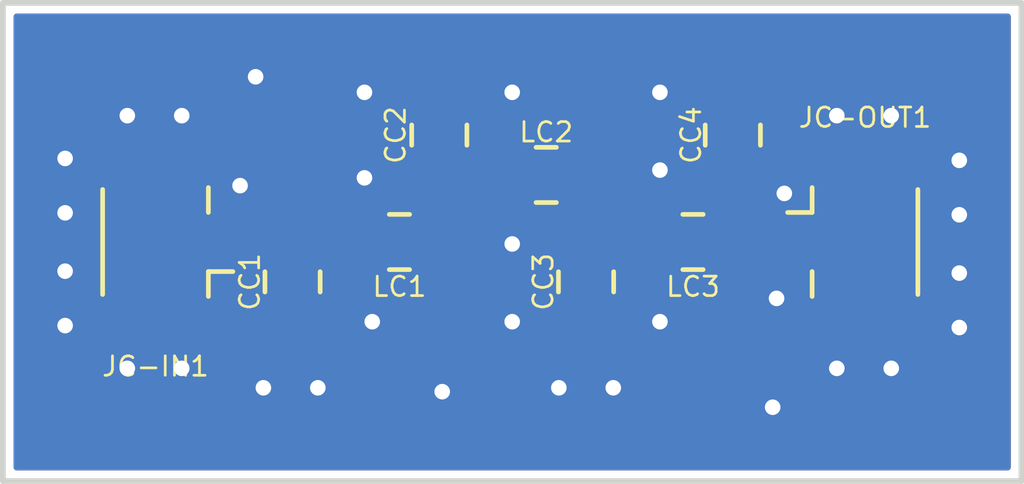
<source format=kicad_pcb>
(kicad_pcb (version 20171130) (host pcbnew "(5.0.1-3-g963ef8bb5)")

  (general
    (thickness 1.6)
    (drawings 4)
    (tracks 42)
    (zones 0)
    (modules 9)
    (nets 6)
  )

  (page A4)
  (layers
    (0 F.Cu signal)
    (31 B.Cu signal)
    (32 B.Adhes user)
    (33 F.Adhes user)
    (34 B.Paste user)
    (35 F.Paste user)
    (36 B.SilkS user)
    (37 F.SilkS user)
    (38 B.Mask user)
    (39 F.Mask user)
    (40 Dwgs.User user)
    (41 Cmts.User user)
    (42 Eco1.User user)
    (43 Eco2.User user)
    (44 Edge.Cuts user)
    (45 Margin user)
    (46 B.CrtYd user)
    (47 F.CrtYd user)
    (48 B.Fab user)
    (49 F.Fab user)
  )

  (setup
    (last_trace_width 0.32)
    (trace_clearance 0.2)
    (zone_clearance 0.2)
    (zone_45_only no)
    (trace_min 0.2)
    (segment_width 0.2)
    (edge_width 0.15)
    (via_size 0.8)
    (via_drill 0.4)
    (via_min_size 0.4)
    (via_min_drill 0.3)
    (uvia_size 0.3)
    (uvia_drill 0.1)
    (uvias_allowed no)
    (uvia_min_size 0.2)
    (uvia_min_drill 0.1)
    (pcb_text_width 0.3)
    (pcb_text_size 1.5 1.5)
    (mod_edge_width 0.15)
    (mod_text_size 1 1)
    (mod_text_width 0.15)
    (pad_size 1 1)
    (pad_drill 0.65)
    (pad_to_mask_clearance 0.051)
    (solder_mask_min_width 0.25)
    (aux_axis_origin 0 0)
    (visible_elements FFFFFF7F)
    (pcbplotparams
      (layerselection 0x010fc_ffffffff)
      (usegerberextensions false)
      (usegerberattributes false)
      (usegerberadvancedattributes false)
      (creategerberjobfile false)
      (excludeedgelayer true)
      (linewidth 0.050000)
      (plotframeref false)
      (viasonmask false)
      (mode 1)
      (useauxorigin false)
      (hpglpennumber 1)
      (hpglpenspeed 20)
      (hpglpendiameter 15.000000)
      (psnegative false)
      (psa4output false)
      (plotreference true)
      (plotvalue true)
      (plotinvisibletext false)
      (padsonsilk false)
      (subtractmaskfromsilk false)
      (outputformat 1)
      (mirror false)
      (drillshape 1)
      (scaleselection 1)
      (outputdirectory ""))
  )

  (net 0 "")
  (net 1 GND)
  (net 2 "Net-(CC1-Pad1)")
  (net 3 "Net-(CC2-Pad1)")
  (net 4 "Net-(CC3-Pad1)")
  (net 5 "Net-(CC4-Pad1)")

  (net_class Default "This is the default net class."
    (clearance 0.2)
    (trace_width 0.32)
    (via_dia 0.8)
    (via_drill 0.4)
    (uvia_dia 0.3)
    (uvia_drill 0.1)
    (add_net GND)
    (add_net "Net-(CC1-Pad1)")
    (add_net "Net-(CC2-Pad1)")
    (add_net "Net-(CC3-Pad1)")
    (add_net "Net-(CC4-Pad1)")
  )

  (module Connector_Coaxial:U.FL_Hirose_U.FL-R-SMT-1_Vertical (layer F.Cu) (tedit 5C754BC4) (tstamp 5C75625B)
    (at 97.5 63.45 180)
    (descr "Hirose U.FL Coaxial https://www.hirose.com/product/en/products/U.FL/U.FL-R-SMT-1%2810%29/")
    (tags "Hirose U.FL Coaxial")
    (path /5C75DFA6)
    (attr smd)
    (fp_text reference JC-IN1 (at 0.475 -3.2 180) (layer F.SilkS)
      (effects (font (size 0.5 0.5) (thickness 0.07)))
    )
    (fp_text value Conn_Coaxial (at 0.475 3.2 180) (layer F.Fab) hide
      (effects (font (size 1 1) (thickness 0.15)))
    )
    (fp_line (start -1.32 -1) (end -2.02 -1) (layer F.CrtYd) (width 0.05))
    (fp_line (start -1.32 1.8) (end -1.32 1) (layer F.CrtYd) (width 0.05))
    (fp_line (start -1.32 -1.8) (end -1.12 -1.8) (layer F.CrtYd) (width 0.05))
    (fp_line (start -1.12 -1.8) (end -1.12 -2.5) (layer F.CrtYd) (width 0.05))
    (fp_line (start 2.08 -2.5) (end -1.12 -2.5) (layer F.CrtYd) (width 0.05))
    (fp_line (start -1.32 -1) (end -1.32 -1.8) (layer F.CrtYd) (width 0.05))
    (fp_line (start 2.08 -1.8) (end 2.08 -2.5) (layer F.CrtYd) (width 0.05))
    (fp_line (start 2.08 -1.8) (end 2.28 -1.8) (layer F.CrtYd) (width 0.05))
    (fp_line (start -0.885 -1.4) (end -0.885 -0.76) (layer F.SilkS) (width 0.12))
    (fp_line (start -0.425 1.5) (end -0.425 1.3) (layer F.Fab) (width 0.1))
    (fp_line (start -0.425 1.3) (end -0.825 1.3) (layer F.Fab) (width 0.1))
    (fp_line (start -0.825 0.3) (end -0.825 1.3) (layer F.Fab) (width 0.1))
    (fp_line (start -1.075 0.3) (end -0.825 0.3) (layer F.Fab) (width 0.1))
    (fp_line (start -1.075 0.3) (end -1.075 -0.15) (layer F.Fab) (width 0.1))
    (fp_line (start -0.925 -0.3) (end -0.825 -0.3) (layer F.Fab) (width 0.1))
    (fp_line (start -0.825 -0.3) (end -0.825 -1.3) (layer F.Fab) (width 0.1))
    (fp_line (start -0.425 -1.5) (end -0.425 -1.3) (layer F.Fab) (width 0.1))
    (fp_line (start -0.425 -1.3) (end -0.825 -1.3) (layer F.Fab) (width 0.1))
    (fp_line (start -0.425 1.5) (end 1.375 1.5) (layer F.Fab) (width 0.1))
    (fp_line (start 1.375 1.5) (end 1.375 1.3) (layer F.Fab) (width 0.1))
    (fp_line (start 1.775 1.3) (end 1.375 1.3) (layer F.Fab) (width 0.1))
    (fp_line (start 1.775 -1.3) (end 1.775 1.3) (layer F.Fab) (width 0.1))
    (fp_line (start -0.425 -1.5) (end 1.375 -1.5) (layer F.Fab) (width 0.1))
    (fp_line (start 1.375 -1.5) (end 1.375 -1.3) (layer F.Fab) (width 0.1))
    (fp_line (start 1.775 -1.3) (end 1.375 -1.3) (layer F.Fab) (width 0.1))
    (fp_line (start -0.925 -0.3) (end -1.075 -0.15) (layer F.Fab) (width 0.1))
    (fp_line (start -0.885 1.4) (end -0.885 0.76) (layer F.SilkS) (width 0.12))
    (fp_line (start -0.885 -0.76) (end -1.515 -0.76) (layer F.SilkS) (width 0.12))
    (fp_line (start 1.835 -1.35) (end 1.835 1.35) (layer F.SilkS) (width 0.12))
    (fp_line (start 2.08 2.5) (end -1.12 2.5) (layer F.CrtYd) (width 0.05))
    (fp_line (start -1.12 2.5) (end -1.12 1.8) (layer F.CrtYd) (width 0.05))
    (fp_line (start -1.32 1.8) (end -1.12 1.8) (layer F.CrtYd) (width 0.05))
    (fp_line (start 2.28 1.8) (end 2.28 -1.8) (layer F.CrtYd) (width 0.05))
    (fp_line (start 2.08 2.5) (end 2.08 1.8) (layer F.CrtYd) (width 0.05))
    (fp_line (start 2.08 1.8) (end 2.28 1.8) (layer F.CrtYd) (width 0.05))
    (fp_line (start -1.32 1) (end -2.02 1) (layer F.CrtYd) (width 0.05))
    (fp_line (start -2.02 1) (end -2.02 -1) (layer F.CrtYd) (width 0.05))
    (fp_text user %R (at 0.475 0 270) (layer F.Fab) hide
      (effects (font (size 0.6 0.6) (thickness 0.09)))
    )
    (pad 2 smd rect (at 0.475 -1.475 180) (size 2.2 1.05) (layers F.Cu F.Paste F.Mask)
      (net 1 GND))
    (pad 1 smd rect (at -1.05 0 180) (size 1.05 1) (layers F.Cu F.Paste F.Mask)
      (net 2 "Net-(CC1-Pad1)"))
    (pad 2 smd rect (at 0.475 1.475 180) (size 2.2 1.05) (layers F.Cu F.Paste F.Mask)
      (net 1 GND))
    (model ${KISYS3DMOD}/Connector_Coaxial.3dshapes/U.FL_Hirose_U.FL-R-SMT-1_Vertical.wrl
      (offset (xyz 0.4749999928262157 0 0))
      (scale (xyz 1 1 1))
      (rotate (xyz 0 0 0))
    )
  )

  (module Connector_Coaxial:U.FL_Hirose_U.FL-R-SMT-1_Vertical (layer F.Cu) (tedit 5C754BBE) (tstamp 5C756236)
    (at 114.8 63.45)
    (descr "Hirose U.FL Coaxial https://www.hirose.com/product/en/products/U.FL/U.FL-R-SMT-1%2810%29/")
    (tags "Hirose U.FL Coaxial")
    (path /5C75DFCA)
    (attr smd)
    (fp_text reference JC-OUT1 (at 0.475 -3.2) (layer F.SilkS)
      (effects (font (size 0.5 0.5) (thickness 0.07)))
    )
    (fp_text value Conn_Coaxial (at 0.475 3.2) (layer F.Fab) hide
      (effects (font (size 1 1) (thickness 0.15)))
    )
    (fp_line (start -1.32 -1) (end -2.02 -1) (layer F.CrtYd) (width 0.05))
    (fp_line (start -1.32 1.8) (end -1.32 1) (layer F.CrtYd) (width 0.05))
    (fp_line (start -1.32 -1.8) (end -1.12 -1.8) (layer F.CrtYd) (width 0.05))
    (fp_line (start -1.12 -1.8) (end -1.12 -2.5) (layer F.CrtYd) (width 0.05))
    (fp_line (start 2.08 -2.5) (end -1.12 -2.5) (layer F.CrtYd) (width 0.05))
    (fp_line (start -1.32 -1) (end -1.32 -1.8) (layer F.CrtYd) (width 0.05))
    (fp_line (start 2.08 -1.8) (end 2.08 -2.5) (layer F.CrtYd) (width 0.05))
    (fp_line (start 2.08 -1.8) (end 2.28 -1.8) (layer F.CrtYd) (width 0.05))
    (fp_line (start -0.885 -1.4) (end -0.885 -0.76) (layer F.SilkS) (width 0.12))
    (fp_line (start -0.425 1.5) (end -0.425 1.3) (layer F.Fab) (width 0.1))
    (fp_line (start -0.425 1.3) (end -0.825 1.3) (layer F.Fab) (width 0.1))
    (fp_line (start -0.825 0.3) (end -0.825 1.3) (layer F.Fab) (width 0.1))
    (fp_line (start -1.075 0.3) (end -0.825 0.3) (layer F.Fab) (width 0.1))
    (fp_line (start -1.075 0.3) (end -1.075 -0.15) (layer F.Fab) (width 0.1))
    (fp_line (start -0.925 -0.3) (end -0.825 -0.3) (layer F.Fab) (width 0.1))
    (fp_line (start -0.825 -0.3) (end -0.825 -1.3) (layer F.Fab) (width 0.1))
    (fp_line (start -0.425 -1.5) (end -0.425 -1.3) (layer F.Fab) (width 0.1))
    (fp_line (start -0.425 -1.3) (end -0.825 -1.3) (layer F.Fab) (width 0.1))
    (fp_line (start -0.425 1.5) (end 1.375 1.5) (layer F.Fab) (width 0.1))
    (fp_line (start 1.375 1.5) (end 1.375 1.3) (layer F.Fab) (width 0.1))
    (fp_line (start 1.775 1.3) (end 1.375 1.3) (layer F.Fab) (width 0.1))
    (fp_line (start 1.775 -1.3) (end 1.775 1.3) (layer F.Fab) (width 0.1))
    (fp_line (start -0.425 -1.5) (end 1.375 -1.5) (layer F.Fab) (width 0.1))
    (fp_line (start 1.375 -1.5) (end 1.375 -1.3) (layer F.Fab) (width 0.1))
    (fp_line (start 1.775 -1.3) (end 1.375 -1.3) (layer F.Fab) (width 0.1))
    (fp_line (start -0.925 -0.3) (end -1.075 -0.15) (layer F.Fab) (width 0.1))
    (fp_line (start -0.885 1.4) (end -0.885 0.76) (layer F.SilkS) (width 0.12))
    (fp_line (start -0.885 -0.76) (end -1.515 -0.76) (layer F.SilkS) (width 0.12))
    (fp_line (start 1.835 -1.35) (end 1.835 1.35) (layer F.SilkS) (width 0.12))
    (fp_line (start 2.08 2.5) (end -1.12 2.5) (layer F.CrtYd) (width 0.05))
    (fp_line (start -1.12 2.5) (end -1.12 1.8) (layer F.CrtYd) (width 0.05))
    (fp_line (start -1.32 1.8) (end -1.12 1.8) (layer F.CrtYd) (width 0.05))
    (fp_line (start 2.28 1.8) (end 2.28 -1.8) (layer F.CrtYd) (width 0.05))
    (fp_line (start 2.08 2.5) (end 2.08 1.8) (layer F.CrtYd) (width 0.05))
    (fp_line (start 2.08 1.8) (end 2.28 1.8) (layer F.CrtYd) (width 0.05))
    (fp_line (start -1.32 1) (end -2.02 1) (layer F.CrtYd) (width 0.05))
    (fp_line (start -2.02 1) (end -2.02 -1) (layer F.CrtYd) (width 0.05))
    (fp_text user %R (at 0.475 0 90) (layer F.Fab) hide
      (effects (font (size 0.6 0.6) (thickness 0.09)))
    )
    (pad 2 smd rect (at 0.475 -1.475) (size 2.2 1.05) (layers F.Cu F.Paste F.Mask)
      (net 1 GND))
    (pad 1 smd rect (at -1.05 0) (size 1.05 1) (layers F.Cu F.Paste F.Mask)
      (net 5 "Net-(CC4-Pad1)"))
    (pad 2 smd rect (at 0.475 1.475) (size 2.2 1.05) (layers F.Cu F.Paste F.Mask)
      (net 1 GND))
    (model ${KISYS3DMOD}/Connector_Coaxial.3dshapes/U.FL_Hirose_U.FL-R-SMT-1_Vertical.wrl
      (offset (xyz 0.4749999928262157 0 0))
      (scale (xyz 1 1 1))
      (rotate (xyz 0 0 0))
    )
  )

  (module Inductor_SMD:L_0805_2012Metric_Pad1.15x1.40mm_HandSolder (layer F.Cu) (tedit 5C751CDB) (tstamp 5C75635E)
    (at 110.85 63.45)
    (descr "Capacitor SMD 0805 (2012 Metric), square (rectangular) end terminal, IPC_7351 nominal with elongated pad for handsoldering. (Body size source: https://docs.google.com/spreadsheets/d/1BsfQQcO9C6DZCsRaXUlFlo91Tg2WpOkGARC1WS5S8t0/edit?usp=sharing), generated with kicad-footprint-generator")
    (tags "inductor handsolder")
    (path /5C75E01C)
    (attr smd)
    (fp_text reference LC3 (at 0 1.15) (layer F.SilkS)
      (effects (font (size 0.5 0.5) (thickness 0.07)))
    )
    (fp_text value L (at 0 1.65) (layer F.Fab) hide
      (effects (font (size 1 1) (thickness 0.15)))
    )
    (fp_text user %R (at 0 0) (layer F.Fab) hide
      (effects (font (size 0.5 0.5) (thickness 0.08)))
    )
    (fp_line (start 1.85 0.95) (end -1.85 0.95) (layer F.CrtYd) (width 0.05))
    (fp_line (start 1.85 -0.95) (end 1.85 0.95) (layer F.CrtYd) (width 0.05))
    (fp_line (start -1.85 -0.95) (end 1.85 -0.95) (layer F.CrtYd) (width 0.05))
    (fp_line (start -1.85 0.95) (end -1.85 -0.95) (layer F.CrtYd) (width 0.05))
    (fp_line (start -0.261252 0.71) (end 0.261252 0.71) (layer F.SilkS) (width 0.12))
    (fp_line (start -0.261252 -0.71) (end 0.261252 -0.71) (layer F.SilkS) (width 0.12))
    (fp_line (start 1 0.6) (end -1 0.6) (layer F.Fab) (width 0.1))
    (fp_line (start 1 -0.6) (end 1 0.6) (layer F.Fab) (width 0.1))
    (fp_line (start -1 -0.6) (end 1 -0.6) (layer F.Fab) (width 0.1))
    (fp_line (start -1 0.6) (end -1 -0.6) (layer F.Fab) (width 0.1))
    (pad 2 smd roundrect (at 1.025 0) (size 1.15 1.4) (layers F.Cu F.Paste F.Mask) (roundrect_rratio 0.217391)
      (net 5 "Net-(CC4-Pad1)"))
    (pad 1 smd roundrect (at -1.025 0) (size 1.15 1.4) (layers F.Cu F.Paste F.Mask) (roundrect_rratio 0.217391)
      (net 4 "Net-(CC3-Pad1)"))
    (model ${KISYS3DMOD}/Inductor_SMD.3dshapes/L_0805_2012Metric.wrl
      (at (xyz 0 0 0))
      (scale (xyz 1 1 1))
      (rotate (xyz 0 0 0))
    )
  )

  (module Capacitor_SMD:C_0805_2012Metric_Pad1.15x1.40mm_HandSolder (layer F.Cu) (tedit 5C751925) (tstamp 5C7562F6)
    (at 100.55 64.475 270)
    (descr "Capacitor SMD 0805 (2012 Metric), square (rectangular) end terminal, IPC_7351 nominal with elongated pad for handsoldering. (Body size source: https://docs.google.com/spreadsheets/d/1BsfQQcO9C6DZCsRaXUlFlo91Tg2WpOkGARC1WS5S8t0/edit?usp=sharing), generated with kicad-footprint-generator")
    (tags "capacitor handsolder")
    (path /5C75DFB2)
    (attr smd)
    (fp_text reference CC1 (at 0 1.1 270) (layer F.SilkS)
      (effects (font (size 0.5 0.5) (thickness 0.07)))
    )
    (fp_text value C (at 0 1.65 270) (layer F.Fab) hide
      (effects (font (size 1 1) (thickness 0.15)))
    )
    (fp_text user %R (at 0 0 270) (layer F.Fab) hide
      (effects (font (size 0.5 0.5) (thickness 0.08)))
    )
    (fp_line (start 1.85 0.95) (end -1.85 0.95) (layer F.CrtYd) (width 0.05))
    (fp_line (start 1.85 -0.95) (end 1.85 0.95) (layer F.CrtYd) (width 0.05))
    (fp_line (start -1.85 -0.95) (end 1.85 -0.95) (layer F.CrtYd) (width 0.05))
    (fp_line (start -1.85 0.95) (end -1.85 -0.95) (layer F.CrtYd) (width 0.05))
    (fp_line (start -0.261252 0.71) (end 0.261252 0.71) (layer F.SilkS) (width 0.12))
    (fp_line (start -0.261252 -0.71) (end 0.261252 -0.71) (layer F.SilkS) (width 0.12))
    (fp_line (start 1 0.6) (end -1 0.6) (layer F.Fab) (width 0.1))
    (fp_line (start 1 -0.6) (end 1 0.6) (layer F.Fab) (width 0.1))
    (fp_line (start -1 -0.6) (end 1 -0.6) (layer F.Fab) (width 0.1))
    (fp_line (start -1 0.6) (end -1 -0.6) (layer F.Fab) (width 0.1))
    (pad 2 smd roundrect (at 1.025 0 270) (size 1.15 1.4) (layers F.Cu F.Paste F.Mask) (roundrect_rratio 0.217391)
      (net 1 GND))
    (pad 1 smd roundrect (at -1.025 0 270) (size 1.15 1.4) (layers F.Cu F.Paste F.Mask) (roundrect_rratio 0.217391)
      (net 2 "Net-(CC1-Pad1)"))
    (model ${KISYS3DMOD}/Capacitor_SMD.3dshapes/C_0805_2012Metric.wrl
      (at (xyz 0 0 0))
      (scale (xyz 1 1 1))
      (rotate (xyz 0 0 0))
    )
  )

  (module Capacitor_SMD:C_0805_2012Metric_Pad1.15x1.40mm_HandSolder (layer F.Cu) (tedit 5C75192D) (tstamp 5C7562E5)
    (at 104.325 60.7 90)
    (descr "Capacitor SMD 0805 (2012 Metric), square (rectangular) end terminal, IPC_7351 nominal with elongated pad for handsoldering. (Body size source: https://docs.google.com/spreadsheets/d/1BsfQQcO9C6DZCsRaXUlFlo91Tg2WpOkGARC1WS5S8t0/edit?usp=sharing), generated with kicad-footprint-generator")
    (tags "capacitor handsolder")
    (path /5C75E003)
    (attr smd)
    (fp_text reference CC2 (at 0 -1.125 90) (layer F.SilkS)
      (effects (font (size 0.5 0.5) (thickness 0.07)))
    )
    (fp_text value C (at 0 1.65 90) (layer F.Fab) hide
      (effects (font (size 1 1) (thickness 0.15)))
    )
    (fp_line (start -1 0.6) (end -1 -0.6) (layer F.Fab) (width 0.1))
    (fp_line (start -1 -0.6) (end 1 -0.6) (layer F.Fab) (width 0.1))
    (fp_line (start 1 -0.6) (end 1 0.6) (layer F.Fab) (width 0.1))
    (fp_line (start 1 0.6) (end -1 0.6) (layer F.Fab) (width 0.1))
    (fp_line (start -0.261252 -0.71) (end 0.261252 -0.71) (layer F.SilkS) (width 0.12))
    (fp_line (start -0.261252 0.71) (end 0.261252 0.71) (layer F.SilkS) (width 0.12))
    (fp_line (start -1.85 0.95) (end -1.85 -0.95) (layer F.CrtYd) (width 0.05))
    (fp_line (start -1.85 -0.95) (end 1.85 -0.95) (layer F.CrtYd) (width 0.05))
    (fp_line (start 1.85 -0.95) (end 1.85 0.95) (layer F.CrtYd) (width 0.05))
    (fp_line (start 1.85 0.95) (end -1.85 0.95) (layer F.CrtYd) (width 0.05))
    (fp_text user %R (at 0 0 90) (layer F.Fab) hide
      (effects (font (size 0.5 0.5) (thickness 0.08)))
    )
    (pad 1 smd roundrect (at -1.025 0 90) (size 1.15 1.4) (layers F.Cu F.Paste F.Mask) (roundrect_rratio 0.217391)
      (net 3 "Net-(CC2-Pad1)"))
    (pad 2 smd roundrect (at 1.025 0 90) (size 1.15 1.4) (layers F.Cu F.Paste F.Mask) (roundrect_rratio 0.217391)
      (net 1 GND))
    (model ${KISYS3DMOD}/Capacitor_SMD.3dshapes/C_0805_2012Metric.wrl
      (at (xyz 0 0 0))
      (scale (xyz 1 1 1))
      (rotate (xyz 0 0 0))
    )
  )

  (module Capacitor_SMD:C_0805_2012Metric_Pad1.15x1.40mm_HandSolder (layer F.Cu) (tedit 5C751CEE) (tstamp 5C7562D5)
    (at 108.1 64.475 270)
    (descr "Capacitor SMD 0805 (2012 Metric), square (rectangular) end terminal, IPC_7351 nominal with elongated pad for handsoldering. (Body size source: https://docs.google.com/spreadsheets/d/1BsfQQcO9C6DZCsRaXUlFlo91Tg2WpOkGARC1WS5S8t0/edit?usp=sharing), generated with kicad-footprint-generator")
    (tags "capacitor handsolder")
    (path /5C75E009)
    (attr smd)
    (fp_text reference CC3 (at 0 1.1 270) (layer F.SilkS)
      (effects (font (size 0.5 0.5) (thickness 0.07)))
    )
    (fp_text value C (at 0 1.65 270) (layer F.Fab) hide
      (effects (font (size 1 1) (thickness 0.15)))
    )
    (fp_text user %R (at 0 0 270) (layer F.Fab) hide
      (effects (font (size 0.5 0.5) (thickness 0.08)))
    )
    (fp_line (start 1.85 0.95) (end -1.85 0.95) (layer F.CrtYd) (width 0.05))
    (fp_line (start 1.85 -0.95) (end 1.85 0.95) (layer F.CrtYd) (width 0.05))
    (fp_line (start -1.85 -0.95) (end 1.85 -0.95) (layer F.CrtYd) (width 0.05))
    (fp_line (start -1.85 0.95) (end -1.85 -0.95) (layer F.CrtYd) (width 0.05))
    (fp_line (start -0.261252 0.71) (end 0.261252 0.71) (layer F.SilkS) (width 0.12))
    (fp_line (start -0.261252 -0.71) (end 0.261252 -0.71) (layer F.SilkS) (width 0.12))
    (fp_line (start 1 0.6) (end -1 0.6) (layer F.Fab) (width 0.1))
    (fp_line (start 1 -0.6) (end 1 0.6) (layer F.Fab) (width 0.1))
    (fp_line (start -1 -0.6) (end 1 -0.6) (layer F.Fab) (width 0.1))
    (fp_line (start -1 0.6) (end -1 -0.6) (layer F.Fab) (width 0.1))
    (pad 2 smd roundrect (at 1.025 0 270) (size 1.15 1.4) (layers F.Cu F.Paste F.Mask) (roundrect_rratio 0.217391)
      (net 1 GND))
    (pad 1 smd roundrect (at -1.025 0 270) (size 1.15 1.4) (layers F.Cu F.Paste F.Mask) (roundrect_rratio 0.217391)
      (net 4 "Net-(CC3-Pad1)"))
    (model ${KISYS3DMOD}/Capacitor_SMD.3dshapes/C_0805_2012Metric.wrl
      (at (xyz 0 0 0))
      (scale (xyz 1 1 1))
      (rotate (xyz 0 0 0))
    )
  )

  (module Capacitor_SMD:C_0805_2012Metric_Pad1.15x1.40mm_HandSolder (layer F.Cu) (tedit 5C751949) (tstamp 5C7562C3)
    (at 111.875 60.7 90)
    (descr "Capacitor SMD 0805 (2012 Metric), square (rectangular) end terminal, IPC_7351 nominal with elongated pad for handsoldering. (Body size source: https://docs.google.com/spreadsheets/d/1BsfQQcO9C6DZCsRaXUlFlo91Tg2WpOkGARC1WS5S8t0/edit?usp=sharing), generated with kicad-footprint-generator")
    (tags "capacitor handsolder")
    (path /5C772C29)
    (attr smd)
    (fp_text reference CC4 (at 0 -1.075 90) (layer F.SilkS)
      (effects (font (size 0.5 0.5) (thickness 0.07)))
    )
    (fp_text value C (at 0 1.65 90) (layer F.Fab) hide
      (effects (font (size 1 1) (thickness 0.15)))
    )
    (fp_line (start -1 0.6) (end -1 -0.6) (layer F.Fab) (width 0.1))
    (fp_line (start -1 -0.6) (end 1 -0.6) (layer F.Fab) (width 0.1))
    (fp_line (start 1 -0.6) (end 1 0.6) (layer F.Fab) (width 0.1))
    (fp_line (start 1 0.6) (end -1 0.6) (layer F.Fab) (width 0.1))
    (fp_line (start -0.261252 -0.71) (end 0.261252 -0.71) (layer F.SilkS) (width 0.12))
    (fp_line (start -0.261252 0.71) (end 0.261252 0.71) (layer F.SilkS) (width 0.12))
    (fp_line (start -1.85 0.95) (end -1.85 -0.95) (layer F.CrtYd) (width 0.05))
    (fp_line (start -1.85 -0.95) (end 1.85 -0.95) (layer F.CrtYd) (width 0.05))
    (fp_line (start 1.85 -0.95) (end 1.85 0.95) (layer F.CrtYd) (width 0.05))
    (fp_line (start 1.85 0.95) (end -1.85 0.95) (layer F.CrtYd) (width 0.05))
    (fp_text user %R (at 0 0 90) (layer F.Fab) hide
      (effects (font (size 0.5 0.5) (thickness 0.08)))
    )
    (pad 1 smd roundrect (at -1.025 0 90) (size 1.15 1.4) (layers F.Cu F.Paste F.Mask) (roundrect_rratio 0.217391)
      (net 5 "Net-(CC4-Pad1)"))
    (pad 2 smd roundrect (at 1.025 0 90) (size 1.15 1.4) (layers F.Cu F.Paste F.Mask) (roundrect_rratio 0.217391)
      (net 1 GND))
    (model ${KISYS3DMOD}/Capacitor_SMD.3dshapes/C_0805_2012Metric.wrl
      (at (xyz 0 0 0))
      (scale (xyz 1 1 1))
      (rotate (xyz 0 0 0))
    )
  )

  (module Inductor_SMD:L_0805_2012Metric_Pad1.15x1.40mm_HandSolder (layer F.Cu) (tedit 5C751CD6) (tstamp 5C756225)
    (at 103.3 63.45)
    (descr "Capacitor SMD 0805 (2012 Metric), square (rectangular) end terminal, IPC_7351 nominal with elongated pad for handsoldering. (Body size source: https://docs.google.com/spreadsheets/d/1BsfQQcO9C6DZCsRaXUlFlo91Tg2WpOkGARC1WS5S8t0/edit?usp=sharing), generated with kicad-footprint-generator")
    (tags "inductor handsolder")
    (path /5C75DFBE)
    (attr smd)
    (fp_text reference LC1 (at 0 1.15) (layer F.SilkS)
      (effects (font (size 0.5 0.5) (thickness 0.07)))
    )
    (fp_text value L (at 0 1.65) (layer F.Fab) hide
      (effects (font (size 1 1) (thickness 0.15)))
    )
    (fp_text user %R (at 0 0) (layer F.Fab) hide
      (effects (font (size 0.5 0.5) (thickness 0.08)))
    )
    (fp_line (start 1.85 0.95) (end -1.85 0.95) (layer F.CrtYd) (width 0.05))
    (fp_line (start 1.85 -0.95) (end 1.85 0.95) (layer F.CrtYd) (width 0.05))
    (fp_line (start -1.85 -0.95) (end 1.85 -0.95) (layer F.CrtYd) (width 0.05))
    (fp_line (start -1.85 0.95) (end -1.85 -0.95) (layer F.CrtYd) (width 0.05))
    (fp_line (start -0.261252 0.71) (end 0.261252 0.71) (layer F.SilkS) (width 0.12))
    (fp_line (start -0.261252 -0.71) (end 0.261252 -0.71) (layer F.SilkS) (width 0.12))
    (fp_line (start 1 0.6) (end -1 0.6) (layer F.Fab) (width 0.1))
    (fp_line (start 1 -0.6) (end 1 0.6) (layer F.Fab) (width 0.1))
    (fp_line (start -1 -0.6) (end 1 -0.6) (layer F.Fab) (width 0.1))
    (fp_line (start -1 0.6) (end -1 -0.6) (layer F.Fab) (width 0.1))
    (pad 2 smd roundrect (at 1.025 0) (size 1.15 1.4) (layers F.Cu F.Paste F.Mask) (roundrect_rratio 0.217391)
      (net 3 "Net-(CC2-Pad1)"))
    (pad 1 smd roundrect (at -1.025 0) (size 1.15 1.4) (layers F.Cu F.Paste F.Mask) (roundrect_rratio 0.217391)
      (net 2 "Net-(CC1-Pad1)"))
    (model ${KISYS3DMOD}/Inductor_SMD.3dshapes/L_0805_2012Metric.wrl
      (at (xyz 0 0 0))
      (scale (xyz 1 1 1))
      (rotate (xyz 0 0 0))
    )
  )

  (module Inductor_SMD:L_0805_2012Metric_Pad1.15x1.40mm_HandSolder (layer F.Cu) (tedit 5C751938) (tstamp 5C7561C7)
    (at 107.075 61.725)
    (descr "Capacitor SMD 0805 (2012 Metric), square (rectangular) end terminal, IPC_7351 nominal with elongated pad for handsoldering. (Body size source: https://docs.google.com/spreadsheets/d/1BsfQQcO9C6DZCsRaXUlFlo91Tg2WpOkGARC1WS5S8t0/edit?usp=sharing), generated with kicad-footprint-generator")
    (tags "inductor handsolder")
    (path /5C75E00F)
    (attr smd)
    (fp_text reference LC2 (at 0 -1.1) (layer F.SilkS)
      (effects (font (size 0.5 0.5) (thickness 0.07)))
    )
    (fp_text value L (at 0 1.65) (layer F.Fab) hide
      (effects (font (size 1 1) (thickness 0.15)))
    )
    (fp_line (start -1 0.6) (end -1 -0.6) (layer F.Fab) (width 0.1))
    (fp_line (start -1 -0.6) (end 1 -0.6) (layer F.Fab) (width 0.1))
    (fp_line (start 1 -0.6) (end 1 0.6) (layer F.Fab) (width 0.1))
    (fp_line (start 1 0.6) (end -1 0.6) (layer F.Fab) (width 0.1))
    (fp_line (start -0.261252 -0.71) (end 0.261252 -0.71) (layer F.SilkS) (width 0.12))
    (fp_line (start -0.261252 0.71) (end 0.261252 0.71) (layer F.SilkS) (width 0.12))
    (fp_line (start -1.85 0.95) (end -1.85 -0.95) (layer F.CrtYd) (width 0.05))
    (fp_line (start -1.85 -0.95) (end 1.85 -0.95) (layer F.CrtYd) (width 0.05))
    (fp_line (start 1.85 -0.95) (end 1.85 0.95) (layer F.CrtYd) (width 0.05))
    (fp_line (start 1.85 0.95) (end -1.85 0.95) (layer F.CrtYd) (width 0.05))
    (fp_text user %R (at 0 0) (layer F.Fab) hide
      (effects (font (size 0.5 0.5) (thickness 0.08)))
    )
    (pad 1 smd roundrect (at -1.025 0) (size 1.15 1.4) (layers F.Cu F.Paste F.Mask) (roundrect_rratio 0.217391)
      (net 3 "Net-(CC2-Pad1)"))
    (pad 2 smd roundrect (at 1.025 0) (size 1.15 1.4) (layers F.Cu F.Paste F.Mask) (roundrect_rratio 0.217391)
      (net 4 "Net-(CC3-Pad1)"))
    (model ${KISYS3DMOD}/Inductor_SMD.3dshapes/L_0805_2012Metric.wrl
      (at (xyz 0 0 0))
      (scale (xyz 1 1 1))
      (rotate (xyz 0 0 0))
    )
  )

  (gr_line (start 93.1 69.6) (end 93.1 57.3) (layer Edge.Cuts) (width 0.15) (tstamp 5C7563A7))
  (gr_line (start 119.3 69.6) (end 119.3 57.3) (layer Edge.Cuts) (width 0.15) (tstamp 5C756162))
  (gr_line (start 93.1 69.6) (end 119.3 69.6) (layer Edge.Cuts) (width 0.15) (tstamp 5C75615D))
  (gr_line (start 93.1 57.3) (end 119.3 57.3) (layer Edge.Cuts) (width 0.15) (tstamp 5C81DCFA))

  (via (at 112.9 67.7) (size 0.8) (drill 0.4) (layers F.Cu B.Cu) (net 1) (tstamp 5C75615E))
  (via (at 96.3 60.2) (size 0.8) (drill 0.4) (layers F.Cu B.Cu) (net 1) (tstamp 5C756168))
  (via (at 99.2 62) (size 0.8) (drill 0.4) (layers F.Cu B.Cu) (net 1) (tstamp 5C75617F))
  (via (at 104.4 67.3) (size 0.8) (drill 0.4) (layers F.Cu B.Cu) (net 1) (tstamp 5C756185))
  (via (at 110 61.6) (size 0.8) (drill 0.4) (layers F.Cu B.Cu) (net 1) (tstamp 5C756188))
  (via (at 97.7 60.2) (size 0.8) (drill 0.4) (layers F.Cu B.Cu) (net 1) (tstamp 5C75618B))
  (via (at 99.8 67.2) (size 0.8) (drill 0.4) (layers F.Cu B.Cu) (net 1) (tstamp 5C75618F))
  (via (at 101.2 67.2) (size 0.8) (drill 0.4) (layers F.Cu B.Cu) (net 1) (tstamp 5C756190))
  (via (at 110 59.6) (size 0.8) (drill 0.4) (layers F.Cu B.Cu) (net 1) (tstamp 5C756191))
  (via (at 106.2 59.6) (size 0.8) (drill 0.4) (layers F.Cu B.Cu) (net 1) (tstamp 5C756194))
  (via (at 110 65.5) (size 0.8) (drill 0.4) (layers F.Cu B.Cu) (net 1) (tstamp 5C756197))
  (via (at 106.2 65.5) (size 0.8) (drill 0.4) (layers F.Cu B.Cu) (net 1) (tstamp 5C756199))
  (via (at 102.6 65.5) (size 0.8) (drill 0.4) (layers F.Cu B.Cu) (net 1) (tstamp 5C75619A))
  (via (at 102.4 59.6) (size 0.8) (drill 0.4) (layers F.Cu B.Cu) (net 1) (tstamp 5C75619B))
  (via (at 115.95 66.7) (size 0.8) (drill 0.4) (layers F.Cu B.Cu) (net 1) (tstamp 5C75619E))
  (via (at 114.55 66.7) (size 0.8) (drill 0.4) (layers F.Cu B.Cu) (net 1) (tstamp 5C7561A0))
  (via (at 106.2 63.5) (size 0.8) (drill 0.4) (layers F.Cu B.Cu) (net 1) (tstamp 5C7561AC))
  (via (at 107.4 67.2) (size 0.8) (drill 0.4) (layers F.Cu B.Cu) (net 1) (tstamp 5C7561D9))
  (via (at 108.8 67.2) (size 0.8) (drill 0.4) (layers F.Cu B.Cu) (net 1) (tstamp 5C756258))
  (via (at 102.4 61.8) (size 0.8) (drill 0.4) (layers F.Cu B.Cu) (net 1) (tstamp 5C756328))
  (via (at 115.95 60.2) (size 0.8) (drill 0.4) (layers F.Cu B.Cu) (net 1) (tstamp 5C75636F))
  (via (at 99.6 59.2) (size 0.8) (drill 0.4) (layers F.Cu B.Cu) (net 1) (tstamp 5C756374))
  (via (at 113.2 62.2) (size 0.8) (drill 0.4) (layers F.Cu B.Cu) (net 1) (tstamp 5C756377))
  (via (at 114.55 60.2) (size 0.8) (drill 0.4) (layers F.Cu B.Cu) (net 1) (tstamp 5C75638B))
  (via (at 113 64.9) (size 0.8) (drill 0.4) (layers F.Cu B.Cu) (net 1) (tstamp 5C75639E))
  (via (at 97.7 66.7) (size 0.8) (drill 0.4) (layers F.Cu B.Cu) (net 1) (tstamp 5C7563A4))
  (via (at 96.3 66.7) (size 0.8) (drill 0.4) (layers F.Cu B.Cu) (net 1) (tstamp 5C7563B8))
  (via (at 117.7 61.35) (size 0.8) (drill 0.4) (layers F.Cu B.Cu) (net 1) (tstamp 5C757AE5))
  (via (at 117.7 62.75) (size 0.8) (drill 0.4) (layers F.Cu B.Cu) (net 1) (tstamp 5C757AE6))
  (via (at 117.7 65.65) (size 0.8) (drill 0.4) (layers F.Cu B.Cu) (net 1) (tstamp 5C757AEB))
  (via (at 117.7 64.25) (size 0.8) (drill 0.4) (layers F.Cu B.Cu) (net 1) (tstamp 5C757AEC))
  (via (at 94.7 62.7) (size 0.8) (drill 0.4) (layers F.Cu B.Cu) (net 1) (tstamp 5C757BA8))
  (via (at 94.7 61.3) (size 0.8) (drill 0.4) (layers F.Cu B.Cu) (net 1) (tstamp 5C757BA9))
  (via (at 94.7 65.6) (size 0.8) (drill 0.4) (layers F.Cu B.Cu) (net 1) (tstamp 5C757BAE))
  (via (at 94.7 64.2) (size 0.8) (drill 0.4) (layers F.Cu B.Cu) (net 1) (tstamp 5C757BAF))
  (segment (start 98.55 63.45) (end 102.275 63.45) (width 0.32) (layer F.Cu) (net 2))
  (segment (start 106.05 61.725) (end 104.325 61.725) (width 0.32) (layer F.Cu) (net 3) (tstamp 5C756193))
  (segment (start 104.325 63.45) (end 104.325 61.725) (width 0.32) (layer F.Cu) (net 3) (tstamp 5C756373))
  (segment (start 109.825 63.45) (end 108.1 63.45) (width 0.32) (layer F.Cu) (net 4) (tstamp 5C75615C))
  (segment (start 108.1 61.725) (end 108.1 63.45) (width 0.32) (layer F.Cu) (net 4) (tstamp 5C75639C))
  (segment (start 111.875 61.725) (end 111.875 63.45) (width 0.32) (layer F.Cu) (net 5) (tstamp 5C756375))
  (segment (start 113.75 63.45) (end 111.875 63.45) (width 0.32) (layer F.Cu) (net 5))

  (zone (net 1) (net_name GND) (layer B.Cu) (tstamp 5C7561B1) (hatch edge 0.508)
    (connect_pads (clearance 0.2))
    (min_thickness 0.15)
    (fill yes (arc_segments 16) (thermal_gap 0.508) (thermal_bridge_width 0.508))
    (polygon
      (pts
        (xy 93.1 57.3) (xy 93.1 69.6) (xy 119.3 69.6) (xy 119.3 57.3)
      )
    )
    (filled_polygon
      (pts
        (xy 118.95 69.25) (xy 93.45 69.25) (xy 93.45 57.65) (xy 118.950001 57.65)
      )
    )
  )
  (zone (net 1) (net_name GND) (layer F.Cu) (tstamp 5C7561DA) (hatch edge 0.508)
    (connect_pads (clearance 0.2))
    (min_thickness 0.15)
    (fill yes (arc_segments 16) (thermal_gap 0.508) (thermal_bridge_width 0.508))
    (polygon
      (pts
        (xy 93.1 57.3) (xy 93.1 69.6) (xy 119.3 69.6) (xy 119.3 57.3)
      )
    )
    (filled_polygon
      (pts
        (xy 118.95 69.25) (xy 93.45 69.25) (xy 93.45 65.24975) (xy 95.342 65.24975) (xy 95.342 65.565966)
        (xy 95.430756 65.780243) (xy 95.594757 65.944244) (xy 95.809034 66.033) (xy 96.70025 66.033) (xy 96.846 65.88725)
        (xy 96.846 65.104) (xy 97.204 65.104) (xy 97.204 65.88725) (xy 97.34975 66.033) (xy 98.240966 66.033)
        (xy 98.455243 65.944244) (xy 98.574737 65.82475) (xy 99.267 65.82475) (xy 99.267 66.190966) (xy 99.355756 66.405243)
        (xy 99.519757 66.569244) (xy 99.734034 66.658) (xy 100.22525 66.658) (xy 100.371 66.51225) (xy 100.371 65.679)
        (xy 100.729 65.679) (xy 100.729 66.51225) (xy 100.87475 66.658) (xy 101.365966 66.658) (xy 101.580243 66.569244)
        (xy 101.744244 66.405243) (xy 101.833 66.190966) (xy 101.833 65.82475) (xy 106.817 65.82475) (xy 106.817 66.190966)
        (xy 106.905756 66.405243) (xy 107.069757 66.569244) (xy 107.284034 66.658) (xy 107.77525 66.658) (xy 107.921 66.51225)
        (xy 107.921 65.679) (xy 108.279 65.679) (xy 108.279 66.51225) (xy 108.42475 66.658) (xy 108.915966 66.658)
        (xy 109.130243 66.569244) (xy 109.294244 66.405243) (xy 109.383 66.190966) (xy 109.383 65.82475) (xy 109.23725 65.679)
        (xy 108.279 65.679) (xy 107.921 65.679) (xy 106.96275 65.679) (xy 106.817 65.82475) (xy 101.833 65.82475)
        (xy 101.68725 65.679) (xy 100.729 65.679) (xy 100.371 65.679) (xy 99.41275 65.679) (xy 99.267 65.82475)
        (xy 98.574737 65.82475) (xy 98.619244 65.780243) (xy 98.708 65.565966) (xy 98.708 65.24975) (xy 98.56225 65.104)
        (xy 97.204 65.104) (xy 96.846 65.104) (xy 95.48775 65.104) (xy 95.342 65.24975) (xy 93.45 65.24975)
        (xy 93.45 64.809034) (xy 99.267 64.809034) (xy 99.267 65.17525) (xy 99.41275 65.321) (xy 100.371 65.321)
        (xy 100.371 64.48775) (xy 100.729 64.48775) (xy 100.729 65.321) (xy 101.68725 65.321) (xy 101.833 65.17525)
        (xy 101.833 64.809034) (xy 106.817 64.809034) (xy 106.817 65.17525) (xy 106.96275 65.321) (xy 107.921 65.321)
        (xy 107.921 64.48775) (xy 108.279 64.48775) (xy 108.279 65.321) (xy 109.23725 65.321) (xy 109.3085 65.24975)
        (xy 113.592 65.24975) (xy 113.592 65.565966) (xy 113.680756 65.780243) (xy 113.844757 65.944244) (xy 114.059034 66.033)
        (xy 114.95025 66.033) (xy 115.096 65.88725) (xy 115.096 65.104) (xy 115.454 65.104) (xy 115.454 65.88725)
        (xy 115.59975 66.033) (xy 116.490966 66.033) (xy 116.705243 65.944244) (xy 116.869244 65.780243) (xy 116.958 65.565966)
        (xy 116.958 65.24975) (xy 116.81225 65.104) (xy 115.454 65.104) (xy 115.096 65.104) (xy 113.73775 65.104)
        (xy 113.592 65.24975) (xy 109.3085 65.24975) (xy 109.383 65.17525) (xy 109.383 64.809034) (xy 109.294244 64.594757)
        (xy 109.130243 64.430756) (xy 108.915966 64.342) (xy 108.42475 64.342) (xy 108.279 64.48775) (xy 107.921 64.48775)
        (xy 107.77525 64.342) (xy 107.284034 64.342) (xy 107.069757 64.430756) (xy 106.905756 64.594757) (xy 106.817 64.809034)
        (xy 101.833 64.809034) (xy 101.744244 64.594757) (xy 101.580243 64.430756) (xy 101.365966 64.342) (xy 100.87475 64.342)
        (xy 100.729 64.48775) (xy 100.371 64.48775) (xy 100.22525 64.342) (xy 99.734034 64.342) (xy 99.519757 64.430756)
        (xy 99.355756 64.594757) (xy 99.267 64.809034) (xy 93.45 64.809034) (xy 93.45 64.284034) (xy 95.342 64.284034)
        (xy 95.342 64.60025) (xy 95.48775 64.746) (xy 96.846 64.746) (xy 96.846 63.96275) (xy 96.70025 63.817)
        (xy 95.809034 63.817) (xy 95.594757 63.905756) (xy 95.430756 64.069757) (xy 95.342 64.284034) (xy 93.45 64.284034)
        (xy 93.45 62.29975) (xy 95.342 62.29975) (xy 95.342 62.615966) (xy 95.430756 62.830243) (xy 95.594757 62.994244)
        (xy 95.809034 63.083) (xy 96.70025 63.083) (xy 96.846 62.93725) (xy 96.846 62.154) (xy 97.204 62.154)
        (xy 97.204 62.93725) (xy 97.34975 63.083) (xy 97.744613 63.083) (xy 97.744613 63.817) (xy 97.34975 63.817)
        (xy 97.204 63.96275) (xy 97.204 64.746) (xy 98.56225 64.746) (xy 98.708 64.60025) (xy 98.708 64.284034)
        (xy 98.685779 64.230387) (xy 99.075 64.230387) (xy 99.182299 64.209044) (xy 99.273264 64.148264) (xy 99.334044 64.057299)
        (xy 99.355387 63.95) (xy 99.355387 63.885) (xy 99.591493 63.885) (xy 99.609986 63.977971) (xy 99.724959 64.150041)
        (xy 99.897029 64.265014) (xy 100.099999 64.305387) (xy 101.000001 64.305387) (xy 101.202971 64.265014) (xy 101.375041 64.150041)
        (xy 101.447714 64.041277) (xy 101.459986 64.102971) (xy 101.574959 64.275041) (xy 101.747029 64.390014) (xy 101.949999 64.430387)
        (xy 102.600001 64.430387) (xy 102.802971 64.390014) (xy 102.975041 64.275041) (xy 103.090014 64.102971) (xy 103.130387 63.900001)
        (xy 103.130387 62.999999) (xy 103.090014 62.797029) (xy 102.975041 62.624959) (xy 102.802971 62.509986) (xy 102.600001 62.469613)
        (xy 101.949999 62.469613) (xy 101.747029 62.509986) (xy 101.574959 62.624959) (xy 101.459986 62.797029) (xy 101.447714 62.858723)
        (xy 101.375041 62.749959) (xy 101.202971 62.634986) (xy 101.000001 62.594613) (xy 100.099999 62.594613) (xy 99.897029 62.634986)
        (xy 99.724959 62.749959) (xy 99.609986 62.922029) (xy 99.591493 63.015) (xy 99.355387 63.015) (xy 99.355387 62.95)
        (xy 99.334044 62.842701) (xy 99.273264 62.751736) (xy 99.182299 62.690956) (xy 99.075 62.669613) (xy 98.685779 62.669613)
        (xy 98.708 62.615966) (xy 98.708 62.29975) (xy 98.56225 62.154) (xy 97.204 62.154) (xy 96.846 62.154)
        (xy 95.48775 62.154) (xy 95.342 62.29975) (xy 93.45 62.29975) (xy 93.45 61.334034) (xy 95.342 61.334034)
        (xy 95.342 61.65025) (xy 95.48775 61.796) (xy 96.846 61.796) (xy 96.846 61.01275) (xy 97.204 61.01275)
        (xy 97.204 61.796) (xy 98.56225 61.796) (xy 98.708 61.65025) (xy 98.708 61.399999) (xy 103.344613 61.399999)
        (xy 103.344613 62.050001) (xy 103.384986 62.252971) (xy 103.499959 62.425041) (xy 103.672029 62.540014) (xy 103.733723 62.552286)
        (xy 103.624959 62.624959) (xy 103.509986 62.797029) (xy 103.469613 62.999999) (xy 103.469613 63.900001) (xy 103.509986 64.102971)
        (xy 103.624959 64.275041) (xy 103.797029 64.390014) (xy 103.999999 64.430387) (xy 104.650001 64.430387) (xy 104.852971 64.390014)
        (xy 105.025041 64.275041) (xy 105.140014 64.102971) (xy 105.180387 63.900001) (xy 105.180387 63.124999) (xy 107.119613 63.124999)
        (xy 107.119613 63.775001) (xy 107.159986 63.977971) (xy 107.274959 64.150041) (xy 107.447029 64.265014) (xy 107.649999 64.305387)
        (xy 108.550001 64.305387) (xy 108.752971 64.265014) (xy 108.925041 64.150041) (xy 108.997714 64.041277) (xy 109.009986 64.102971)
        (xy 109.124959 64.275041) (xy 109.297029 64.390014) (xy 109.499999 64.430387) (xy 110.150001 64.430387) (xy 110.352971 64.390014)
        (xy 110.525041 64.275041) (xy 110.640014 64.102971) (xy 110.680387 63.900001) (xy 110.680387 62.999999) (xy 110.640014 62.797029)
        (xy 110.525041 62.624959) (xy 110.352971 62.509986) (xy 110.150001 62.469613) (xy 109.499999 62.469613) (xy 109.297029 62.509986)
        (xy 109.124959 62.624959) (xy 109.009986 62.797029) (xy 108.997714 62.858723) (xy 108.925041 62.749959) (xy 108.752971 62.634986)
        (xy 108.691277 62.622714) (xy 108.800041 62.550041) (xy 108.915014 62.377971) (xy 108.955387 62.175001) (xy 108.955387 61.399999)
        (xy 110.894613 61.399999) (xy 110.894613 62.050001) (xy 110.934986 62.252971) (xy 111.049959 62.425041) (xy 111.222029 62.540014)
        (xy 111.283723 62.552286) (xy 111.174959 62.624959) (xy 111.059986 62.797029) (xy 111.019613 62.999999) (xy 111.019613 63.900001)
        (xy 111.059986 64.102971) (xy 111.174959 64.275041) (xy 111.347029 64.390014) (xy 111.549999 64.430387) (xy 112.200001 64.430387)
        (xy 112.402971 64.390014) (xy 112.575041 64.275041) (xy 112.690014 64.102971) (xy 112.730387 63.900001) (xy 112.730387 63.885)
        (xy 112.944613 63.885) (xy 112.944613 63.95) (xy 112.965956 64.057299) (xy 113.026736 64.148264) (xy 113.117701 64.209044)
        (xy 113.225 64.230387) (xy 113.614221 64.230387) (xy 113.592 64.284034) (xy 113.592 64.60025) (xy 113.73775 64.746)
        (xy 115.096 64.746) (xy 115.096 63.96275) (xy 115.454 63.96275) (xy 115.454 64.746) (xy 116.81225 64.746)
        (xy 116.958 64.60025) (xy 116.958 64.284034) (xy 116.869244 64.069757) (xy 116.705243 63.905756) (xy 116.490966 63.817)
        (xy 115.59975 63.817) (xy 115.454 63.96275) (xy 115.096 63.96275) (xy 114.95025 63.817) (xy 114.555387 63.817)
        (xy 114.555387 63.083) (xy 114.95025 63.083) (xy 115.096 62.93725) (xy 115.096 62.154) (xy 115.454 62.154)
        (xy 115.454 62.93725) (xy 115.59975 63.083) (xy 116.490966 63.083) (xy 116.705243 62.994244) (xy 116.869244 62.830243)
        (xy 116.958 62.615966) (xy 116.958 62.29975) (xy 116.81225 62.154) (xy 115.454 62.154) (xy 115.096 62.154)
        (xy 113.73775 62.154) (xy 113.592 62.29975) (xy 113.592 62.615966) (xy 113.614221 62.669613) (xy 113.225 62.669613)
        (xy 113.117701 62.690956) (xy 113.026736 62.751736) (xy 112.965956 62.842701) (xy 112.944613 62.95) (xy 112.944613 63.015)
        (xy 112.730387 63.015) (xy 112.730387 62.999999) (xy 112.690014 62.797029) (xy 112.575041 62.624959) (xy 112.466277 62.552286)
        (xy 112.527971 62.540014) (xy 112.700041 62.425041) (xy 112.815014 62.252971) (xy 112.855387 62.050001) (xy 112.855387 61.399999)
        (xy 112.842266 61.334034) (xy 113.592 61.334034) (xy 113.592 61.65025) (xy 113.73775 61.796) (xy 115.096 61.796)
        (xy 115.096 61.01275) (xy 115.454 61.01275) (xy 115.454 61.796) (xy 116.81225 61.796) (xy 116.958 61.65025)
        (xy 116.958 61.334034) (xy 116.869244 61.119757) (xy 116.705243 60.955756) (xy 116.490966 60.867) (xy 115.59975 60.867)
        (xy 115.454 61.01275) (xy 115.096 61.01275) (xy 114.95025 60.867) (xy 114.059034 60.867) (xy 113.844757 60.955756)
        (xy 113.680756 61.119757) (xy 113.592 61.334034) (xy 112.842266 61.334034) (xy 112.815014 61.197029) (xy 112.700041 61.024959)
        (xy 112.527971 60.909986) (xy 112.325001 60.869613) (xy 111.424999 60.869613) (xy 111.222029 60.909986) (xy 111.049959 61.024959)
        (xy 110.934986 61.197029) (xy 110.894613 61.399999) (xy 108.955387 61.399999) (xy 108.955387 61.274999) (xy 108.915014 61.072029)
        (xy 108.800041 60.899959) (xy 108.627971 60.784986) (xy 108.425001 60.744613) (xy 107.774999 60.744613) (xy 107.572029 60.784986)
        (xy 107.399959 60.899959) (xy 107.284986 61.072029) (xy 107.244613 61.274999) (xy 107.244613 62.175001) (xy 107.284986 62.377971)
        (xy 107.399959 62.550041) (xy 107.508723 62.622714) (xy 107.447029 62.634986) (xy 107.274959 62.749959) (xy 107.159986 62.922029)
        (xy 107.119613 63.124999) (xy 105.180387 63.124999) (xy 105.180387 62.999999) (xy 105.140014 62.797029) (xy 105.025041 62.624959)
        (xy 104.916277 62.552286) (xy 104.977971 62.540014) (xy 105.150041 62.425041) (xy 105.222714 62.316277) (xy 105.234986 62.377971)
        (xy 105.349959 62.550041) (xy 105.522029 62.665014) (xy 105.724999 62.705387) (xy 106.375001 62.705387) (xy 106.577971 62.665014)
        (xy 106.750041 62.550041) (xy 106.865014 62.377971) (xy 106.905387 62.175001) (xy 106.905387 61.274999) (xy 106.865014 61.072029)
        (xy 106.750041 60.899959) (xy 106.577971 60.784986) (xy 106.375001 60.744613) (xy 105.724999 60.744613) (xy 105.522029 60.784986)
        (xy 105.349959 60.899959) (xy 105.234986 61.072029) (xy 105.222714 61.133723) (xy 105.150041 61.024959) (xy 104.977971 60.909986)
        (xy 104.775001 60.869613) (xy 103.874999 60.869613) (xy 103.672029 60.909986) (xy 103.499959 61.024959) (xy 103.384986 61.197029)
        (xy 103.344613 61.399999) (xy 98.708 61.399999) (xy 98.708 61.334034) (xy 98.619244 61.119757) (xy 98.455243 60.955756)
        (xy 98.240966 60.867) (xy 97.34975 60.867) (xy 97.204 61.01275) (xy 96.846 61.01275) (xy 96.70025 60.867)
        (xy 95.809034 60.867) (xy 95.594757 60.955756) (xy 95.430756 61.119757) (xy 95.342 61.334034) (xy 93.45 61.334034)
        (xy 93.45 59.99975) (xy 103.042 59.99975) (xy 103.042 60.365966) (xy 103.130756 60.580243) (xy 103.294757 60.744244)
        (xy 103.509034 60.833) (xy 104.00025 60.833) (xy 104.146 60.68725) (xy 104.146 59.854) (xy 104.504 59.854)
        (xy 104.504 60.68725) (xy 104.64975 60.833) (xy 105.140966 60.833) (xy 105.355243 60.744244) (xy 105.519244 60.580243)
        (xy 105.608 60.365966) (xy 105.608 59.99975) (xy 110.592 59.99975) (xy 110.592 60.365966) (xy 110.680756 60.580243)
        (xy 110.844757 60.744244) (xy 111.059034 60.833) (xy 111.55025 60.833) (xy 111.696 60.68725) (xy 111.696 59.854)
        (xy 112.054 59.854) (xy 112.054 60.68725) (xy 112.19975 60.833) (xy 112.690966 60.833) (xy 112.905243 60.744244)
        (xy 113.069244 60.580243) (xy 113.158 60.365966) (xy 113.158 59.99975) (xy 113.01225 59.854) (xy 112.054 59.854)
        (xy 111.696 59.854) (xy 110.73775 59.854) (xy 110.592 59.99975) (xy 105.608 59.99975) (xy 105.46225 59.854)
        (xy 104.504 59.854) (xy 104.146 59.854) (xy 103.18775 59.854) (xy 103.042 59.99975) (xy 93.45 59.99975)
        (xy 93.45 58.984034) (xy 103.042 58.984034) (xy 103.042 59.35025) (xy 103.18775 59.496) (xy 104.146 59.496)
        (xy 104.146 58.66275) (xy 104.504 58.66275) (xy 104.504 59.496) (xy 105.46225 59.496) (xy 105.608 59.35025)
        (xy 105.608 58.984034) (xy 110.592 58.984034) (xy 110.592 59.35025) (xy 110.73775 59.496) (xy 111.696 59.496)
        (xy 111.696 58.66275) (xy 112.054 58.66275) (xy 112.054 59.496) (xy 113.01225 59.496) (xy 113.158 59.35025)
        (xy 113.158 58.984034) (xy 113.069244 58.769757) (xy 112.905243 58.605756) (xy 112.690966 58.517) (xy 112.19975 58.517)
        (xy 112.054 58.66275) (xy 111.696 58.66275) (xy 111.55025 58.517) (xy 111.059034 58.517) (xy 110.844757 58.605756)
        (xy 110.680756 58.769757) (xy 110.592 58.984034) (xy 105.608 58.984034) (xy 105.519244 58.769757) (xy 105.355243 58.605756)
        (xy 105.140966 58.517) (xy 104.64975 58.517) (xy 104.504 58.66275) (xy 104.146 58.66275) (xy 104.00025 58.517)
        (xy 103.509034 58.517) (xy 103.294757 58.605756) (xy 103.130756 58.769757) (xy 103.042 58.984034) (xy 93.45 58.984034)
        (xy 93.45 57.65) (xy 118.950001 57.65)
      )
    )
  )
)

</source>
